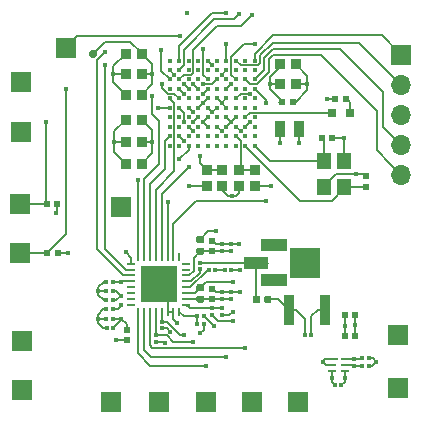
<source format=gbr>
G04 #@! TF.GenerationSoftware,KiCad,Pcbnew,(5.1.0)-1*
G04 #@! TF.CreationDate,2019-08-27T17:01:11-07:00*
G04 #@! TF.ProjectId,SDCard-PCB,53444361-7264-42d5-9043-422e6b696361,rev?*
G04 #@! TF.SameCoordinates,Original*
G04 #@! TF.FileFunction,Copper,L1,Top*
G04 #@! TF.FilePolarity,Positive*
%FSLAX46Y46*%
G04 Gerber Fmt 4.6, Leading zero omitted, Abs format (unit mm)*
G04 Created by KiCad (PCBNEW (5.1.0)-1) date 2019-08-27 17:01:11*
%MOMM*%
%LPD*%
G04 APERTURE LIST*
%ADD10R,2.500000X2.500000*%
%ADD11O,1.700000X1.700000*%
%ADD12R,1.700000X1.700000*%
%ADD13R,2.200000X1.050000*%
%ADD14R,2.000000X1.000000*%
%ADD15R,0.310000X0.340000*%
%ADD16R,0.870000X2.620000*%
%ADD17R,0.920000X0.890000*%
%ADD18R,0.870000X0.810000*%
%ADD19R,0.340000X0.310000*%
%ADD20C,0.100000*%
%ADD21C,0.590000*%
%ADD22R,0.260000X0.680000*%
%ADD23R,0.680000X0.260000*%
%ADD24R,3.100000X3.100000*%
%ADD25R,0.630000X0.580000*%
%ADD26R,1.200000X1.400000*%
%ADD27C,0.370000*%
%ADD28R,0.740000X0.270000*%
%ADD29R,0.820000X0.270000*%
%ADD30R,0.490000X0.560000*%
%ADD31C,0.700000*%
%ADD32R,0.770000X0.710000*%
%ADD33R,0.810000X0.870000*%
%ADD34R,0.930000X1.320000*%
%ADD35R,0.580000X0.630000*%
%ADD36C,0.450000*%
%ADD37C,0.152400*%
G04 APERTURE END LIST*
D10*
X127144780Y-72798940D03*
D11*
X135305800Y-65351660D03*
X135305800Y-62811660D03*
X135305800Y-60271660D03*
X135305800Y-57731660D03*
D12*
X135305800Y-55191660D03*
X134995920Y-83372960D03*
X134995920Y-78902560D03*
X126601220Y-84569300D03*
X122689620Y-84554060D03*
X118762780Y-84554060D03*
X111582200Y-68122800D03*
X114790220Y-84584540D03*
X110759240Y-84569300D03*
X106934000Y-54584600D03*
D13*
X124545220Y-74281560D03*
X124545220Y-71331560D03*
D14*
X123045220Y-72806560D03*
D15*
X127129540Y-78933040D03*
X127679540Y-78933040D03*
D16*
X128818100Y-76791820D03*
X125768100Y-76791820D03*
D12*
X103238300Y-83563100D03*
X103238300Y-79413100D03*
D17*
X122897900Y-66268600D03*
X122897900Y-64938600D03*
D18*
X121597420Y-66267880D03*
X121597420Y-64907880D03*
D19*
X114515900Y-78952000D03*
X114515900Y-79502000D03*
D15*
X120345200Y-73444100D03*
X120895200Y-73444100D03*
D20*
G36*
X118474258Y-70545610D02*
G01*
X118488576Y-70547734D01*
X118502617Y-70551251D01*
X118516246Y-70556128D01*
X118529331Y-70562317D01*
X118541747Y-70569758D01*
X118553373Y-70578381D01*
X118564098Y-70588102D01*
X118573819Y-70598827D01*
X118582442Y-70610453D01*
X118589883Y-70622869D01*
X118596072Y-70635954D01*
X118600949Y-70649583D01*
X118604466Y-70663624D01*
X118606590Y-70677942D01*
X118607300Y-70692400D01*
X118607300Y-70987400D01*
X118606590Y-71001858D01*
X118604466Y-71016176D01*
X118600949Y-71030217D01*
X118596072Y-71043846D01*
X118589883Y-71056931D01*
X118582442Y-71069347D01*
X118573819Y-71080973D01*
X118564098Y-71091698D01*
X118553373Y-71101419D01*
X118541747Y-71110042D01*
X118529331Y-71117483D01*
X118516246Y-71123672D01*
X118502617Y-71128549D01*
X118488576Y-71132066D01*
X118474258Y-71134190D01*
X118459800Y-71134900D01*
X118114800Y-71134900D01*
X118100342Y-71134190D01*
X118086024Y-71132066D01*
X118071983Y-71128549D01*
X118058354Y-71123672D01*
X118045269Y-71117483D01*
X118032853Y-71110042D01*
X118021227Y-71101419D01*
X118010502Y-71091698D01*
X118000781Y-71080973D01*
X117992158Y-71069347D01*
X117984717Y-71056931D01*
X117978528Y-71043846D01*
X117973651Y-71030217D01*
X117970134Y-71016176D01*
X117968010Y-71001858D01*
X117967300Y-70987400D01*
X117967300Y-70692400D01*
X117968010Y-70677942D01*
X117970134Y-70663624D01*
X117973651Y-70649583D01*
X117978528Y-70635954D01*
X117984717Y-70622869D01*
X117992158Y-70610453D01*
X118000781Y-70598827D01*
X118010502Y-70588102D01*
X118021227Y-70578381D01*
X118032853Y-70569758D01*
X118045269Y-70562317D01*
X118058354Y-70556128D01*
X118071983Y-70551251D01*
X118086024Y-70547734D01*
X118100342Y-70545610D01*
X118114800Y-70544900D01*
X118459800Y-70544900D01*
X118474258Y-70545610D01*
X118474258Y-70545610D01*
G37*
D21*
X118287300Y-70839900D03*
D20*
G36*
X118474258Y-71515610D02*
G01*
X118488576Y-71517734D01*
X118502617Y-71521251D01*
X118516246Y-71526128D01*
X118529331Y-71532317D01*
X118541747Y-71539758D01*
X118553373Y-71548381D01*
X118564098Y-71558102D01*
X118573819Y-71568827D01*
X118582442Y-71580453D01*
X118589883Y-71592869D01*
X118596072Y-71605954D01*
X118600949Y-71619583D01*
X118604466Y-71633624D01*
X118606590Y-71647942D01*
X118607300Y-71662400D01*
X118607300Y-71957400D01*
X118606590Y-71971858D01*
X118604466Y-71986176D01*
X118600949Y-72000217D01*
X118596072Y-72013846D01*
X118589883Y-72026931D01*
X118582442Y-72039347D01*
X118573819Y-72050973D01*
X118564098Y-72061698D01*
X118553373Y-72071419D01*
X118541747Y-72080042D01*
X118529331Y-72087483D01*
X118516246Y-72093672D01*
X118502617Y-72098549D01*
X118488576Y-72102066D01*
X118474258Y-72104190D01*
X118459800Y-72104900D01*
X118114800Y-72104900D01*
X118100342Y-72104190D01*
X118086024Y-72102066D01*
X118071983Y-72098549D01*
X118058354Y-72093672D01*
X118045269Y-72087483D01*
X118032853Y-72080042D01*
X118021227Y-72071419D01*
X118010502Y-72061698D01*
X118000781Y-72050973D01*
X117992158Y-72039347D01*
X117984717Y-72026931D01*
X117978528Y-72013846D01*
X117973651Y-72000217D01*
X117970134Y-71986176D01*
X117968010Y-71971858D01*
X117967300Y-71957400D01*
X117967300Y-71662400D01*
X117968010Y-71647942D01*
X117970134Y-71633624D01*
X117973651Y-71619583D01*
X117978528Y-71605954D01*
X117984717Y-71592869D01*
X117992158Y-71580453D01*
X118000781Y-71568827D01*
X118010502Y-71558102D01*
X118021227Y-71548381D01*
X118032853Y-71539758D01*
X118045269Y-71532317D01*
X118058354Y-71526128D01*
X118071983Y-71521251D01*
X118086024Y-71517734D01*
X118100342Y-71515610D01*
X118114800Y-71514900D01*
X118459800Y-71514900D01*
X118474258Y-71515610D01*
X118474258Y-71515610D01*
G37*
D21*
X118287300Y-71809900D03*
D19*
X115023900Y-77779200D03*
X115023900Y-78329200D03*
X119291100Y-76674300D03*
X119291100Y-77224300D03*
D15*
X118024600Y-77325600D03*
X118574600Y-77325600D03*
X110346400Y-77558900D03*
X110896400Y-77558900D03*
D22*
X113020000Y-76965000D03*
X113520000Y-76965000D03*
X114020000Y-76965000D03*
X114520000Y-76965000D03*
X115020000Y-76965000D03*
X115520000Y-76965000D03*
X116020000Y-76965000D03*
X116520000Y-76965000D03*
D23*
X117105000Y-76380000D03*
X117105000Y-75880000D03*
X117105000Y-75380000D03*
X117105000Y-74880000D03*
X117105000Y-74380000D03*
X117105000Y-73880000D03*
X117105000Y-73380000D03*
X117105000Y-72880000D03*
D22*
X116520000Y-72295000D03*
X116020000Y-72295000D03*
X115520000Y-72295000D03*
X115020000Y-72295000D03*
X114520000Y-72295000D03*
X114020000Y-72295000D03*
X113520000Y-72295000D03*
X113020000Y-72295000D03*
D23*
X112435000Y-72880000D03*
X112435000Y-73380000D03*
X112435000Y-73880000D03*
X112435000Y-74380000D03*
X112435000Y-74880000D03*
X112435000Y-75380000D03*
X112435000Y-75880000D03*
X112435000Y-76380000D03*
D24*
X114770000Y-74630000D03*
D15*
X118579600Y-78015600D03*
X118029600Y-78015600D03*
D20*
G36*
X118476958Y-74615710D02*
G01*
X118491276Y-74617834D01*
X118505317Y-74621351D01*
X118518946Y-74626228D01*
X118532031Y-74632417D01*
X118544447Y-74639858D01*
X118556073Y-74648481D01*
X118566798Y-74658202D01*
X118576519Y-74668927D01*
X118585142Y-74680553D01*
X118592583Y-74692969D01*
X118598772Y-74706054D01*
X118603649Y-74719683D01*
X118607166Y-74733724D01*
X118609290Y-74748042D01*
X118610000Y-74762500D01*
X118610000Y-75057500D01*
X118609290Y-75071958D01*
X118607166Y-75086276D01*
X118603649Y-75100317D01*
X118598772Y-75113946D01*
X118592583Y-75127031D01*
X118585142Y-75139447D01*
X118576519Y-75151073D01*
X118566798Y-75161798D01*
X118556073Y-75171519D01*
X118544447Y-75180142D01*
X118532031Y-75187583D01*
X118518946Y-75193772D01*
X118505317Y-75198649D01*
X118491276Y-75202166D01*
X118476958Y-75204290D01*
X118462500Y-75205000D01*
X118117500Y-75205000D01*
X118103042Y-75204290D01*
X118088724Y-75202166D01*
X118074683Y-75198649D01*
X118061054Y-75193772D01*
X118047969Y-75187583D01*
X118035553Y-75180142D01*
X118023927Y-75171519D01*
X118013202Y-75161798D01*
X118003481Y-75151073D01*
X117994858Y-75139447D01*
X117987417Y-75127031D01*
X117981228Y-75113946D01*
X117976351Y-75100317D01*
X117972834Y-75086276D01*
X117970710Y-75071958D01*
X117970000Y-75057500D01*
X117970000Y-74762500D01*
X117970710Y-74748042D01*
X117972834Y-74733724D01*
X117976351Y-74719683D01*
X117981228Y-74706054D01*
X117987417Y-74692969D01*
X117994858Y-74680553D01*
X118003481Y-74668927D01*
X118013202Y-74658202D01*
X118023927Y-74648481D01*
X118035553Y-74639858D01*
X118047969Y-74632417D01*
X118061054Y-74626228D01*
X118074683Y-74621351D01*
X118088724Y-74617834D01*
X118103042Y-74615710D01*
X118117500Y-74615000D01*
X118462500Y-74615000D01*
X118476958Y-74615710D01*
X118476958Y-74615710D01*
G37*
D21*
X118290000Y-74910000D03*
D20*
G36*
X118476958Y-75585710D02*
G01*
X118491276Y-75587834D01*
X118505317Y-75591351D01*
X118518946Y-75596228D01*
X118532031Y-75602417D01*
X118544447Y-75609858D01*
X118556073Y-75618481D01*
X118566798Y-75628202D01*
X118576519Y-75638927D01*
X118585142Y-75650553D01*
X118592583Y-75662969D01*
X118598772Y-75676054D01*
X118603649Y-75689683D01*
X118607166Y-75703724D01*
X118609290Y-75718042D01*
X118610000Y-75732500D01*
X118610000Y-76027500D01*
X118609290Y-76041958D01*
X118607166Y-76056276D01*
X118603649Y-76070317D01*
X118598772Y-76083946D01*
X118592583Y-76097031D01*
X118585142Y-76109447D01*
X118576519Y-76121073D01*
X118566798Y-76131798D01*
X118556073Y-76141519D01*
X118544447Y-76150142D01*
X118532031Y-76157583D01*
X118518946Y-76163772D01*
X118505317Y-76168649D01*
X118491276Y-76172166D01*
X118476958Y-76174290D01*
X118462500Y-76175000D01*
X118117500Y-76175000D01*
X118103042Y-76174290D01*
X118088724Y-76172166D01*
X118074683Y-76168649D01*
X118061054Y-76163772D01*
X118047969Y-76157583D01*
X118035553Y-76150142D01*
X118023927Y-76141519D01*
X118013202Y-76131798D01*
X118003481Y-76121073D01*
X117994858Y-76109447D01*
X117987417Y-76097031D01*
X117981228Y-76083946D01*
X117976351Y-76070317D01*
X117972834Y-76056276D01*
X117970710Y-76041958D01*
X117970000Y-76027500D01*
X117970000Y-75732500D01*
X117970710Y-75718042D01*
X117972834Y-75703724D01*
X117976351Y-75689683D01*
X117981228Y-75676054D01*
X117987417Y-75662969D01*
X117994858Y-75650553D01*
X118003481Y-75638927D01*
X118013202Y-75628202D01*
X118023927Y-75618481D01*
X118035553Y-75609858D01*
X118047969Y-75602417D01*
X118061054Y-75596228D01*
X118074683Y-75591351D01*
X118088724Y-75587834D01*
X118103042Y-75585710D01*
X118117500Y-75585000D01*
X118462500Y-75585000D01*
X118476958Y-75585710D01*
X118476958Y-75585710D01*
G37*
D21*
X118290000Y-75880000D03*
D15*
X110342000Y-74409300D03*
X110892000Y-74409300D03*
D19*
X120107300Y-71254900D03*
X120107300Y-71804900D03*
D15*
X110342000Y-75184000D03*
X110892000Y-75184000D03*
X110354700Y-78359000D03*
X110904700Y-78359000D03*
D19*
X120904000Y-75319800D03*
X120904000Y-75869800D03*
D15*
X110342000Y-76758800D03*
X110892000Y-76758800D03*
X110342000Y-75971400D03*
X110892000Y-75971400D03*
D19*
X120917300Y-71254900D03*
X120917300Y-71804900D03*
X120103900Y-75315400D03*
X120103900Y-75865400D03*
D25*
X119287300Y-70919900D03*
X119287300Y-71809900D03*
X119310000Y-74985000D03*
X119310000Y-75875000D03*
X112077500Y-79375500D03*
X112077500Y-78485500D03*
D19*
X120103900Y-77219900D03*
X120103900Y-76669900D03*
D15*
X119016100Y-73444100D03*
X119566100Y-73444100D03*
D19*
X118239540Y-73352660D03*
X118239540Y-72802660D03*
D26*
X130481440Y-64167840D03*
X130481440Y-66367840D03*
X128781440Y-66367840D03*
X128781440Y-64167840D03*
D27*
X115703800Y-55683600D03*
X116503800Y-55683600D03*
X117303800Y-55683600D03*
X118103800Y-55683600D03*
X118903800Y-55683600D03*
X119703800Y-55683600D03*
X120503800Y-55683600D03*
X121303800Y-55683600D03*
X122103800Y-55683600D03*
X122903800Y-55683600D03*
X115703800Y-56483600D03*
X116503800Y-56483600D03*
X117303800Y-56483600D03*
X118103800Y-56483600D03*
X118903800Y-56483600D03*
X119703800Y-56483600D03*
X120503800Y-56483600D03*
X121303800Y-56483600D03*
X122103800Y-56483600D03*
X122903800Y-56483600D03*
X115703800Y-57283600D03*
X116503800Y-57283600D03*
X117303800Y-57283600D03*
X118103800Y-57283600D03*
X118903800Y-57283600D03*
X119703800Y-57283600D03*
X120503800Y-57283600D03*
X121303800Y-57283600D03*
X122103800Y-57283600D03*
X122903800Y-57283600D03*
X115703800Y-58083600D03*
X116503800Y-58083600D03*
X117303800Y-58083600D03*
X118103800Y-58083600D03*
X118903800Y-58083600D03*
X119703800Y-58083600D03*
X120503800Y-58083600D03*
X121303800Y-58083600D03*
X122103800Y-58083600D03*
X122903800Y-58083600D03*
X115703800Y-58883600D03*
X116503800Y-58883600D03*
X117303800Y-58883600D03*
X118103800Y-58883600D03*
X118903800Y-58883600D03*
X119703800Y-58883600D03*
X120503800Y-58883600D03*
X121303800Y-58883600D03*
X122103800Y-58883600D03*
X122903800Y-58883600D03*
X115703800Y-59683600D03*
X116503800Y-59683600D03*
X117303800Y-59683600D03*
X118103800Y-59683600D03*
X118903800Y-59683600D03*
X119703800Y-59683600D03*
X120503800Y-59683600D03*
X121303800Y-59683600D03*
X122103800Y-59683600D03*
X122903800Y-59683600D03*
X115703800Y-60483600D03*
X116503800Y-60483600D03*
X117303800Y-60483600D03*
X118103800Y-60483600D03*
X118903800Y-60483600D03*
X119703800Y-60483600D03*
X120503800Y-60483600D03*
X121303800Y-60483600D03*
X122103800Y-60483600D03*
X122903800Y-60483600D03*
X115703800Y-61283600D03*
X116503800Y-61283600D03*
X117303800Y-61283600D03*
X118103800Y-61283600D03*
X118903800Y-61283600D03*
X119703800Y-61283600D03*
X120503800Y-61283600D03*
X121303800Y-61283600D03*
X122103800Y-61283600D03*
X122903800Y-61283600D03*
X115703800Y-62083600D03*
X116503800Y-62083600D03*
X117303800Y-62083600D03*
X118103800Y-62083600D03*
X118903800Y-62083600D03*
X119703800Y-62083600D03*
X120503800Y-62083600D03*
X121303800Y-62083600D03*
X122103800Y-62083600D03*
X122903800Y-62083600D03*
X115703800Y-62883600D03*
X116503800Y-62883600D03*
X117303800Y-62883600D03*
X118103800Y-62883600D03*
X118903800Y-62883600D03*
X119703800Y-62883600D03*
X120503800Y-62883600D03*
X121303800Y-62883600D03*
X122103800Y-62883600D03*
X122903800Y-62883600D03*
D28*
X130509060Y-80937060D03*
X130509060Y-81437060D03*
X130509060Y-81937060D03*
X129449060Y-81937060D03*
X129449060Y-81437060D03*
D29*
X129489060Y-80937060D03*
D30*
X105338200Y-71988680D03*
X106248200Y-71988680D03*
X105272500Y-67830700D03*
X106182500Y-67830700D03*
X129732700Y-58930540D03*
X130642700Y-58930540D03*
D17*
X118846600Y-64938600D03*
X118846600Y-66268600D03*
D20*
G36*
X124174918Y-75586070D02*
G01*
X124189236Y-75588194D01*
X124203277Y-75591711D01*
X124216906Y-75596588D01*
X124229991Y-75602777D01*
X124242407Y-75610218D01*
X124254033Y-75618841D01*
X124264758Y-75628562D01*
X124274479Y-75639287D01*
X124283102Y-75650913D01*
X124290543Y-75663329D01*
X124296732Y-75676414D01*
X124301609Y-75690043D01*
X124305126Y-75704084D01*
X124307250Y-75718402D01*
X124307960Y-75732860D01*
X124307960Y-76077860D01*
X124307250Y-76092318D01*
X124305126Y-76106636D01*
X124301609Y-76120677D01*
X124296732Y-76134306D01*
X124290543Y-76147391D01*
X124283102Y-76159807D01*
X124274479Y-76171433D01*
X124264758Y-76182158D01*
X124254033Y-76191879D01*
X124242407Y-76200502D01*
X124229991Y-76207943D01*
X124216906Y-76214132D01*
X124203277Y-76219009D01*
X124189236Y-76222526D01*
X124174918Y-76224650D01*
X124160460Y-76225360D01*
X123865460Y-76225360D01*
X123851002Y-76224650D01*
X123836684Y-76222526D01*
X123822643Y-76219009D01*
X123809014Y-76214132D01*
X123795929Y-76207943D01*
X123783513Y-76200502D01*
X123771887Y-76191879D01*
X123761162Y-76182158D01*
X123751441Y-76171433D01*
X123742818Y-76159807D01*
X123735377Y-76147391D01*
X123729188Y-76134306D01*
X123724311Y-76120677D01*
X123720794Y-76106636D01*
X123718670Y-76092318D01*
X123717960Y-76077860D01*
X123717960Y-75732860D01*
X123718670Y-75718402D01*
X123720794Y-75704084D01*
X123724311Y-75690043D01*
X123729188Y-75676414D01*
X123735377Y-75663329D01*
X123742818Y-75650913D01*
X123751441Y-75639287D01*
X123761162Y-75628562D01*
X123771887Y-75618841D01*
X123783513Y-75610218D01*
X123795929Y-75602777D01*
X123809014Y-75596588D01*
X123822643Y-75591711D01*
X123836684Y-75588194D01*
X123851002Y-75586070D01*
X123865460Y-75585360D01*
X124160460Y-75585360D01*
X124174918Y-75586070D01*
X124174918Y-75586070D01*
G37*
D21*
X124012960Y-75905360D03*
D20*
G36*
X123204918Y-75586070D02*
G01*
X123219236Y-75588194D01*
X123233277Y-75591711D01*
X123246906Y-75596588D01*
X123259991Y-75602777D01*
X123272407Y-75610218D01*
X123284033Y-75618841D01*
X123294758Y-75628562D01*
X123304479Y-75639287D01*
X123313102Y-75650913D01*
X123320543Y-75663329D01*
X123326732Y-75676414D01*
X123331609Y-75690043D01*
X123335126Y-75704084D01*
X123337250Y-75718402D01*
X123337960Y-75732860D01*
X123337960Y-76077860D01*
X123337250Y-76092318D01*
X123335126Y-76106636D01*
X123331609Y-76120677D01*
X123326732Y-76134306D01*
X123320543Y-76147391D01*
X123313102Y-76159807D01*
X123304479Y-76171433D01*
X123294758Y-76182158D01*
X123284033Y-76191879D01*
X123272407Y-76200502D01*
X123259991Y-76207943D01*
X123246906Y-76214132D01*
X123233277Y-76219009D01*
X123219236Y-76222526D01*
X123204918Y-76224650D01*
X123190460Y-76225360D01*
X122895460Y-76225360D01*
X122881002Y-76224650D01*
X122866684Y-76222526D01*
X122852643Y-76219009D01*
X122839014Y-76214132D01*
X122825929Y-76207943D01*
X122813513Y-76200502D01*
X122801887Y-76191879D01*
X122791162Y-76182158D01*
X122781441Y-76171433D01*
X122772818Y-76159807D01*
X122765377Y-76147391D01*
X122759188Y-76134306D01*
X122754311Y-76120677D01*
X122750794Y-76106636D01*
X122748670Y-76092318D01*
X122747960Y-76077860D01*
X122747960Y-75732860D01*
X122748670Y-75718402D01*
X122750794Y-75704084D01*
X122754311Y-75690043D01*
X122759188Y-75676414D01*
X122765377Y-75663329D01*
X122772818Y-75650913D01*
X122781441Y-75639287D01*
X122791162Y-75628562D01*
X122801887Y-75618841D01*
X122813513Y-75610218D01*
X122825929Y-75602777D01*
X122839014Y-75596588D01*
X122852643Y-75591711D01*
X122866684Y-75588194D01*
X122881002Y-75586070D01*
X122895460Y-75585360D01*
X123190460Y-75585360D01*
X123204918Y-75586070D01*
X123204918Y-75586070D01*
G37*
D21*
X123042960Y-75905360D03*
D31*
X109194600Y-55118000D03*
D32*
X130935460Y-60142880D03*
X129475460Y-60142880D03*
D33*
X111971540Y-64427100D03*
X113331540Y-64427100D03*
X111967180Y-58582560D03*
X113327180Y-58582560D03*
D34*
X126682080Y-61495940D03*
X125042080Y-61495940D03*
D33*
X111972260Y-56822340D03*
X113332260Y-56822340D03*
X111981700Y-55102760D03*
X113341700Y-55102760D03*
D18*
X120142000Y-66268600D03*
X120142000Y-64908600D03*
D33*
X126366820Y-55971440D03*
X125006820Y-55971440D03*
X111974080Y-60683140D03*
X113334080Y-60683140D03*
X126366820Y-57670700D03*
X125006820Y-57670700D03*
X111971540Y-62567820D03*
X113331540Y-62567820D03*
D35*
X126131820Y-59151520D03*
X125241820Y-59151520D03*
X129484620Y-62227460D03*
X128594620Y-62227460D03*
D25*
X132290820Y-65464960D03*
X132290820Y-66354960D03*
D15*
X132540420Y-80896460D03*
X131990420Y-80896460D03*
X132536020Y-81556860D03*
X131986020Y-81556860D03*
X130244260Y-83159600D03*
X129694260Y-83159600D03*
D35*
X131412980Y-77266800D03*
X130522980Y-77266800D03*
X131415520Y-79011780D03*
X130525520Y-79011780D03*
D12*
X103093100Y-57513900D03*
X103035100Y-67823900D03*
X103043100Y-71973900D03*
X103093100Y-61713900D03*
D36*
X117205760Y-51635660D03*
X110909100Y-56822340D03*
X110970060Y-62565280D03*
X133195060Y-81178400D03*
X131417060Y-78112620D03*
X130509060Y-82597040D03*
X130479800Y-62217300D03*
X131457700Y-65275460D03*
X128991360Y-58930540D03*
X126682500Y-62638940D03*
X118498620Y-59291220D03*
X120903800Y-60883600D03*
X127368300Y-57658000D03*
X116340000Y-77890000D03*
X118284600Y-78755600D03*
X121557300Y-71249900D03*
X121640600Y-75311000D03*
X121043700Y-76936600D03*
X109664500Y-75184000D03*
X109639100Y-77558900D03*
X111175800Y-79375000D03*
X120980200Y-67144900D03*
X116497100Y-64058800D03*
X120103850Y-59283650D03*
X124545220Y-71331560D03*
X124545220Y-74281560D03*
X127144780Y-72798940D03*
X121640600Y-73431400D03*
X114206020Y-62567820D03*
X131345940Y-81579720D03*
X122501660Y-60888880D03*
X120098820Y-61681360D03*
X121043700Y-77711300D03*
X111620300Y-77558900D03*
X111569500Y-74396600D03*
X111582200Y-76403200D03*
X111988600Y-71920100D03*
X107111800Y-71996300D03*
X106095800Y-68592700D03*
X117703600Y-57683400D03*
X122504200Y-58483500D03*
X119319040Y-60065920D03*
X121081800Y-74409300D03*
X119435880Y-78178660D03*
X119646700Y-70147180D03*
X131345940Y-80937100D03*
X115735100Y-78625700D03*
X115277900Y-79565500D03*
X124165360Y-57670700D03*
X111574580Y-75577700D03*
X117710000Y-60880000D03*
X118290000Y-63780000D03*
X114239040Y-56822340D03*
X125036580Y-62661800D03*
X118506240Y-60883800D03*
X121701560Y-61681360D03*
X117319900Y-66268600D03*
X124307600Y-66268600D03*
X118506241Y-58480960D03*
X106908600Y-58089800D03*
X116903500Y-57683400D03*
X116903504Y-60883800D03*
X105270300Y-60858400D03*
X122920760Y-54241700D03*
X116900002Y-78880000D03*
X116900000Y-62470000D03*
X117710000Y-79490000D03*
X117710000Y-61690000D03*
X120110000Y-56890000D03*
X120510000Y-80750000D03*
X118740000Y-81510000D03*
X118503700Y-57680860D03*
X130525520Y-78122780D03*
X128640840Y-81180940D03*
X129449060Y-82586060D03*
X128818100Y-76791820D03*
X123840000Y-67570000D03*
X123840000Y-59290000D03*
X120904000Y-57683400D03*
X122110500Y-79984600D03*
X115006120Y-54823360D03*
X115026440Y-57691020D03*
X121592340Y-51765200D03*
X122699780Y-51798220D03*
X120500000Y-54300000D03*
X110230000Y-54950000D03*
X110230000Y-56100000D03*
X119310000Y-56090000D03*
X113020000Y-65760000D03*
X116100000Y-56880000D03*
X114220000Y-58710000D03*
X116900000Y-58480000D03*
X117310000Y-64720000D03*
X117700000Y-60080000D03*
X115520000Y-67640000D03*
X114750000Y-59680000D03*
X116611400Y-53632100D03*
X118506240Y-54670960D03*
X120497600Y-51694080D03*
D37*
X111972260Y-56822340D02*
X110909100Y-56822340D01*
X110909100Y-57524480D02*
X110909100Y-56822340D01*
X111967180Y-58582560D02*
X110909100Y-57524480D01*
X110909100Y-56504142D02*
X110909100Y-56822340D01*
X111981700Y-55102760D02*
X110909100Y-56175360D01*
X110909100Y-56175360D02*
X110909100Y-56504142D01*
X111971540Y-62567820D02*
X110972600Y-62567820D01*
X110972600Y-62567820D02*
X110970060Y-62565280D01*
X110970060Y-63425620D02*
X110970060Y-62565280D01*
X111971540Y-64427100D02*
X110970060Y-63425620D01*
X110970060Y-61687160D02*
X111974080Y-60683140D01*
X110970060Y-62565280D02*
X110970060Y-61687160D01*
X132540420Y-80896460D02*
X132913120Y-80896460D01*
X132913120Y-80896460D02*
X133195060Y-81178400D01*
X132816600Y-81556860D02*
X133195060Y-81178400D01*
X132536020Y-81556860D02*
X132816600Y-81556860D01*
X131412980Y-77266800D02*
X131412980Y-78108540D01*
X131412980Y-78108540D02*
X131417060Y-78112620D01*
X131415520Y-78114160D02*
X131417060Y-78112620D01*
X131415520Y-79011780D02*
X131415520Y-78114160D01*
X130509060Y-82894800D02*
X130244260Y-83159600D01*
X130509060Y-81937060D02*
X130509060Y-82597040D01*
X130509060Y-82597040D02*
X130509060Y-82894800D01*
X129484620Y-62227460D02*
X130469640Y-62227460D01*
X130469640Y-62227460D02*
X130479800Y-62217300D01*
X130479800Y-64166200D02*
X130481440Y-64167840D01*
X130479800Y-62217300D02*
X130479800Y-64166200D01*
X129773820Y-65275460D02*
X131457700Y-65275460D01*
X128781440Y-66367840D02*
X128781440Y-66267840D01*
X128781440Y-66267840D02*
X129773820Y-65275460D01*
X132101320Y-65275460D02*
X131457700Y-65275460D01*
X132290820Y-65464960D02*
X132101320Y-65275460D01*
X129732700Y-58930540D02*
X128991360Y-58930540D01*
X126682080Y-61495940D02*
X126682080Y-62638520D01*
X126682080Y-62638520D02*
X126682500Y-62638940D01*
X120503800Y-58883600D02*
X120503800Y-58883700D01*
X118103800Y-59683600D02*
X118106240Y-59683600D01*
X118106240Y-59683600D02*
X118498620Y-59291220D01*
X118903800Y-58886040D02*
X118498620Y-59291220D01*
X118903800Y-58883600D02*
X118903800Y-58886040D01*
X120503800Y-60483600D02*
X120903800Y-60883600D01*
X120503800Y-61283600D02*
X120903800Y-60883600D01*
X120903800Y-60883600D02*
X121303800Y-60483600D01*
X126366820Y-57670700D02*
X127207900Y-57670700D01*
X127207900Y-57670700D02*
X127365900Y-57512700D01*
X127365900Y-57830898D02*
X127365900Y-57512700D01*
X127365900Y-58172700D02*
X127365900Y-57830898D01*
X126131820Y-59151520D02*
X126387080Y-59151520D01*
X126387080Y-59151520D02*
X127365900Y-58172700D01*
X127365900Y-57194502D02*
X127365900Y-57512700D01*
X126366820Y-55971440D02*
X127365900Y-56970520D01*
X127365900Y-56970520D02*
X127365900Y-57194502D01*
X115520000Y-76965000D02*
X116020000Y-76965000D01*
X116340000Y-77880000D02*
X116340000Y-77890000D01*
X116020000Y-76965000D02*
X116020000Y-77560000D01*
X116020000Y-77560000D02*
X116340000Y-77880000D01*
X118579600Y-78015600D02*
X118579600Y-78460600D01*
X118579600Y-78460600D02*
X118284600Y-78755600D01*
X120917300Y-71254900D02*
X121552300Y-71254900D01*
X121552300Y-71254900D02*
X121557300Y-71249900D01*
X120107300Y-71254900D02*
X120917300Y-71254900D01*
X119622300Y-71254900D02*
X120107300Y-71254900D01*
X119287300Y-70919900D02*
X119622300Y-71254900D01*
X120899600Y-75315400D02*
X120904000Y-75319800D01*
X120103900Y-75315400D02*
X120899600Y-75315400D01*
X119640400Y-75315400D02*
X120103900Y-75315400D01*
X119310000Y-74985000D02*
X119640400Y-75315400D01*
X120904000Y-75319800D02*
X121631800Y-75319800D01*
X121631800Y-75319800D02*
X121640600Y-75311000D01*
X120103900Y-77219900D02*
X120760400Y-77219900D01*
X120760400Y-77219900D02*
X121043700Y-76936600D01*
X110342000Y-75184000D02*
X109664500Y-75184000D01*
X110346400Y-77558900D02*
X109639100Y-77558900D01*
X109664500Y-74853800D02*
X109664500Y-75184000D01*
X110342000Y-74409300D02*
X110109000Y-74409300D01*
X110109000Y-74409300D02*
X109664500Y-74853800D01*
X109664500Y-75514200D02*
X109664500Y-75184000D01*
X110342000Y-75971400D02*
X110121700Y-75971400D01*
X110121700Y-75971400D02*
X109664500Y-75514200D01*
X110096300Y-76758800D02*
X110342000Y-76758800D01*
X109639100Y-77558900D02*
X109639100Y-77216000D01*
X109639100Y-77216000D02*
X110096300Y-76758800D01*
X109639100Y-77901800D02*
X109639100Y-77558900D01*
X110354700Y-78359000D02*
X110096300Y-78359000D01*
X110096300Y-78359000D02*
X109639100Y-77901800D01*
X112077500Y-79375500D02*
X111176300Y-79375500D01*
X111176300Y-79375500D02*
X111175800Y-79375000D01*
X115520000Y-75380000D02*
X115520000Y-76965000D01*
X114770000Y-74630000D02*
X115520000Y-75380000D01*
X120675400Y-67144900D02*
X120980200Y-67144900D01*
X120142000Y-66268600D02*
X120142000Y-66611500D01*
X120142000Y-66611500D02*
X120675400Y-67144900D01*
X121335800Y-67144900D02*
X120980200Y-67144900D01*
X121597420Y-66267880D02*
X121597420Y-66883280D01*
X121597420Y-66883280D02*
X121335800Y-67144900D01*
X117303800Y-62883600D02*
X117303800Y-63252100D01*
X117303800Y-63252100D02*
X116497100Y-64058800D01*
X120103850Y-59283650D02*
X120503800Y-59683600D01*
X119703800Y-58883600D02*
X120103850Y-59283650D01*
X120503800Y-58883700D02*
X120103850Y-59283650D01*
X121627900Y-73444100D02*
X121640600Y-73431400D01*
X120895200Y-73444100D02*
X121627900Y-73444100D01*
X120345200Y-73444100D02*
X119566100Y-73444100D01*
X113331540Y-62567820D02*
X114206020Y-62567820D01*
X114206020Y-63552620D02*
X114206020Y-62567820D01*
X113331540Y-64427100D02*
X114206020Y-63552620D01*
X114206020Y-61555080D02*
X113334080Y-60683140D01*
X114206020Y-62567820D02*
X114206020Y-61555080D01*
X130509060Y-81437060D02*
X131203280Y-81437060D01*
X131203280Y-81437060D02*
X131345940Y-81579720D01*
X131963160Y-81579720D02*
X131986020Y-81556860D01*
X131345940Y-81579720D02*
X131963160Y-81579720D01*
X122103800Y-61283600D02*
X122106940Y-61283600D01*
X122106940Y-61283600D02*
X122501660Y-60888880D01*
X119703800Y-61283600D02*
X119703800Y-61286340D01*
X119703800Y-61286340D02*
X120098820Y-61681360D01*
X125241820Y-59151520D02*
X124974720Y-59151520D01*
X118574600Y-77325600D02*
X118675900Y-77224300D01*
X119793100Y-77711300D02*
X121043700Y-77711300D01*
X119291100Y-77224300D02*
X119306100Y-77224300D01*
X119306100Y-77224300D02*
X119793100Y-77711300D01*
X110896400Y-77558900D02*
X111620300Y-77558900D01*
X112077500Y-78016100D02*
X111620300Y-77558900D01*
X112077500Y-78485500D02*
X112077500Y-78016100D01*
X111620300Y-77643400D02*
X111620300Y-77558900D01*
X110904700Y-78359000D02*
X111620300Y-77643400D01*
X111620300Y-77487100D02*
X111620300Y-77558900D01*
X110892000Y-74409300D02*
X111556800Y-74409300D01*
X111556800Y-74409300D02*
X111569500Y-74396600D01*
X111586100Y-74380000D02*
X111569500Y-74396600D01*
X112435000Y-74380000D02*
X111586100Y-74380000D01*
X111582200Y-76479400D02*
X111582200Y-76403200D01*
X110892000Y-76758800D02*
X111302800Y-76758800D01*
X111302800Y-76758800D02*
X111582200Y-76479400D01*
X117820000Y-75380000D02*
X117105000Y-75380000D01*
X118290000Y-74910000D02*
X117820000Y-75380000D01*
X112435000Y-72880000D02*
X112435000Y-72366500D01*
X112435000Y-72366500D02*
X111988600Y-71920100D01*
X118103800Y-58083600D02*
X117703600Y-57683400D01*
X107104180Y-71988680D02*
X107111800Y-71996300D01*
X106248200Y-71988680D02*
X107104180Y-71988680D01*
X106182500Y-68506000D02*
X106095800Y-68592700D01*
X106182500Y-67830700D02*
X106182500Y-68506000D01*
X121303800Y-58883600D02*
X121703900Y-58483500D01*
X121703900Y-58483500D02*
X122504200Y-58483500D01*
X118903800Y-59683600D02*
X118936720Y-59683600D01*
X118936720Y-59683600D02*
X119319040Y-60065920D01*
X119701360Y-59683600D02*
X119319040Y-60065920D01*
X119703800Y-59683600D02*
X119701360Y-59683600D01*
X118290000Y-74910000D02*
X118803400Y-74396600D01*
X118803400Y-74396600D02*
X121069100Y-74396600D01*
X121069100Y-74396600D02*
X121081800Y-74409300D01*
X118574600Y-77325600D02*
X118574600Y-77340600D01*
X119412660Y-78178660D02*
X119435880Y-78178660D01*
X118574600Y-77340600D02*
X119412660Y-78178660D01*
X118287300Y-70839900D02*
X118980020Y-70147180D01*
X119328502Y-70147180D02*
X119646700Y-70147180D01*
X118980020Y-70147180D02*
X119328502Y-70147180D01*
X130509060Y-80937060D02*
X131345900Y-80937060D01*
X131345900Y-80937060D02*
X131345940Y-80937100D01*
X131949780Y-80937100D02*
X131990420Y-80896460D01*
X131345940Y-80937100D02*
X131949780Y-80937100D01*
X115023900Y-78329200D02*
X115438600Y-78329200D01*
X115438600Y-78329200D02*
X115735100Y-78625700D01*
X114515900Y-79502000D02*
X115214400Y-79502000D01*
X115214400Y-79502000D02*
X115277900Y-79565500D01*
X125241820Y-59126520D02*
X124165360Y-58050060D01*
X124165360Y-57988898D02*
X124165360Y-57670700D01*
X124152660Y-57658000D02*
X124165360Y-57670700D01*
X125241820Y-59151520D02*
X125241820Y-59126520D01*
X124165360Y-58050060D02*
X124165360Y-57988898D01*
X124165360Y-57078880D02*
X124165360Y-57670700D01*
X125006820Y-55971440D02*
X125006820Y-56237420D01*
X125006820Y-56237420D02*
X124165360Y-57078880D01*
X125006820Y-57670700D02*
X124165360Y-57670700D01*
X110892000Y-75971400D02*
X111180880Y-75971400D01*
X111180880Y-75971400D02*
X111574580Y-75577700D01*
X111180880Y-75184000D02*
X111574580Y-75577700D01*
X110892000Y-75184000D02*
X111180880Y-75184000D01*
X130481440Y-66467840D02*
X130481440Y-66367840D01*
X129405600Y-67543680D02*
X130481440Y-66467840D01*
X122103800Y-62883600D02*
X126763880Y-67543680D01*
X126763880Y-67543680D02*
X129405600Y-67543680D01*
X132277940Y-66367840D02*
X132290820Y-66354960D01*
X130481440Y-66367840D02*
X132277940Y-66367840D01*
X128781440Y-64067840D02*
X128781440Y-64167840D01*
X128681440Y-64167840D02*
X128781440Y-64067840D01*
X122903800Y-62883600D02*
X124188040Y-64167840D01*
X124188040Y-64167840D02*
X128681440Y-64167840D01*
X128781440Y-62414280D02*
X128594620Y-62227460D01*
X128781440Y-64167840D02*
X128781440Y-62414280D01*
X122796060Y-64907880D02*
X122806460Y-64897480D01*
X121597420Y-64907880D02*
X122796060Y-64907880D01*
X121697900Y-64807400D02*
X121597420Y-64907880D01*
X121303800Y-62083600D02*
X121697900Y-62477700D01*
X121697900Y-62477700D02*
X121697900Y-64807400D01*
X118103800Y-60483600D02*
X118103800Y-60486200D01*
X118103800Y-60486200D02*
X117710000Y-60880000D01*
X120157000Y-64862400D02*
X120157240Y-64862160D01*
X118290000Y-64382000D02*
X118846600Y-64938600D01*
X118290000Y-63780000D02*
X118290000Y-64382000D01*
X120112000Y-64938600D02*
X120142000Y-64908600D01*
X118846600Y-64938600D02*
X120112000Y-64938600D01*
X113332260Y-56822340D02*
X114239040Y-56822340D01*
X114239040Y-57670700D02*
X114239040Y-56822340D01*
X113327180Y-58582560D02*
X114239040Y-57670700D01*
X114239040Y-56504142D02*
X114239040Y-56822340D01*
X113341700Y-55102760D02*
X114239040Y-56000100D01*
X114239040Y-56000100D02*
X114239040Y-56504142D01*
X113341700Y-55072760D02*
X113341700Y-55102760D01*
X112370940Y-54102000D02*
X113341700Y-55072760D01*
X109194600Y-55118000D02*
X110210600Y-54102000D01*
X110210600Y-54102000D02*
X112370940Y-54102000D01*
X125042080Y-61495940D02*
X125042080Y-62656300D01*
X125042080Y-62656300D02*
X125036580Y-62661800D01*
X118903800Y-60483600D02*
X118903800Y-60486240D01*
X118903800Y-60486240D02*
X118506240Y-60883800D01*
X118903800Y-61281360D02*
X118506240Y-60883800D01*
X118903800Y-61283600D02*
X118903800Y-61281360D01*
X121303800Y-61283600D02*
X121701560Y-61681360D01*
X118846600Y-66268600D02*
X117319900Y-66268600D01*
X122897900Y-66268600D02*
X124307600Y-66268600D01*
X118903800Y-58083600D02*
X118903601Y-58083600D01*
X118903601Y-58083600D02*
X118506241Y-58480960D01*
X130935460Y-59223300D02*
X130642700Y-58930540D01*
X130935460Y-60142880D02*
X130935460Y-59223300D01*
X129415053Y-60082473D02*
X129475460Y-60142880D01*
X122103800Y-60483600D02*
X122504927Y-60082473D01*
X122504927Y-60082473D02*
X129415053Y-60082473D01*
X103057880Y-71988680D02*
X103043100Y-71973900D01*
X105170900Y-71988680D02*
X105170900Y-71953680D01*
X116903600Y-57683400D02*
X117303800Y-58083600D01*
X116903500Y-57683400D02*
X116903600Y-57683400D01*
X104940800Y-71988680D02*
X104729280Y-71988680D01*
X105338200Y-71988680D02*
X104940800Y-71988680D01*
X105170900Y-71988680D02*
X104729280Y-71988680D01*
X104729280Y-71988680D02*
X103057880Y-71988680D01*
X106908600Y-70383280D02*
X106908600Y-70116700D01*
X105338200Y-71953680D02*
X106908600Y-70383280D01*
X105338200Y-71988680D02*
X105338200Y-71953680D01*
X106908600Y-70215980D02*
X106908600Y-70116700D01*
X106908600Y-70116700D02*
X106908600Y-58089800D01*
X103041900Y-67830700D02*
X103035100Y-67823900D01*
X105193760Y-67830700D02*
X105193760Y-67865700D01*
X104875100Y-67830700D02*
X104038400Y-67830700D01*
X105272500Y-67830700D02*
X104875100Y-67830700D01*
X105193760Y-67830700D02*
X104038400Y-67830700D01*
X104038400Y-67830700D02*
X103041900Y-67830700D01*
X116903504Y-60565602D02*
X116903504Y-60883800D01*
X116903504Y-60083304D02*
X116903504Y-60565602D01*
X116503800Y-59683600D02*
X116903504Y-60083304D01*
X105270300Y-61176598D02*
X105270300Y-60858400D01*
X105272500Y-67830700D02*
X105270300Y-67828500D01*
X105270300Y-67828500D02*
X105270300Y-61176598D01*
X133245860Y-63291720D02*
X134455801Y-64501661D01*
X133245860Y-59921140D02*
X133245860Y-63291720D01*
X128551940Y-55227220D02*
X133245860Y-59921140D01*
X122507780Y-57687580D02*
X123063513Y-57687580D01*
X122103800Y-57283600D02*
X122507780Y-57687580D01*
X124086620Y-56664473D02*
X124086620Y-55554880D01*
X134455801Y-64501661D02*
X135305800Y-65351660D01*
X123063513Y-57687580D02*
X124086620Y-56664473D01*
X124086620Y-55554880D02*
X124414280Y-55227220D01*
X124414280Y-55227220D02*
X128551940Y-55227220D01*
X134455801Y-61961661D02*
X135305800Y-62811660D01*
X123723400Y-56464000D02*
X123723400Y-55458360D01*
X133784340Y-61290200D02*
X134455801Y-61961661D01*
X123723400Y-55458360D02*
X124475240Y-54706520D01*
X124475240Y-54706520D02*
X130108960Y-54706520D01*
X130108960Y-54706520D02*
X133784340Y-58381900D01*
X122903800Y-57283600D02*
X123723400Y-56464000D01*
X133784340Y-58381900D02*
X133784340Y-61290200D01*
X122029220Y-54241700D02*
X122920760Y-54241700D01*
X120902705Y-55368215D02*
X122029220Y-54241700D01*
X121303800Y-57283600D02*
X120902705Y-56882505D01*
X120902705Y-56882505D02*
X120902705Y-55368215D01*
X134455801Y-56881661D02*
X135305800Y-57731660D01*
X131729480Y-54155340D02*
X134455801Y-56881661D01*
X121703400Y-56083200D02*
X123177300Y-56083200D01*
X121303800Y-55683600D02*
X121703400Y-56083200D01*
X123177300Y-56083200D02*
X123389383Y-55871117D01*
X123389383Y-55871117D02*
X123389383Y-55223417D01*
X123389383Y-55223417D02*
X124457460Y-54155340D01*
X124457460Y-54155340D02*
X131729480Y-54155340D01*
X133654800Y-53540660D02*
X135305800Y-55191660D01*
X124475240Y-53540660D02*
X133654800Y-53540660D01*
X122903800Y-55683600D02*
X122903800Y-55112100D01*
X122903800Y-55112100D02*
X124475240Y-53540660D01*
X115020000Y-76965000D02*
X115020000Y-77390000D01*
X116890200Y-62470000D02*
X116503800Y-62083600D01*
X116900000Y-62470000D02*
X116890200Y-62470000D01*
X115023900Y-76968900D02*
X115020000Y-76965000D01*
X115023900Y-77779200D02*
X115023900Y-76968900D01*
X116899702Y-78879700D02*
X116900002Y-78880000D01*
X116598700Y-78879700D02*
X116899702Y-78879700D01*
X115023900Y-77779200D02*
X115498200Y-77779200D01*
X115498200Y-77779200D02*
X116598700Y-78879700D01*
X114520000Y-78299600D02*
X114520000Y-76965000D01*
X114528600Y-78858700D02*
X114520000Y-78850100D01*
X114515900Y-78727300D02*
X114520000Y-78723200D01*
X114515900Y-78952000D02*
X114515900Y-78727300D01*
X114520000Y-78850100D02*
X114520000Y-78723200D01*
X114520000Y-78723200D02*
X114520000Y-78299600D01*
X117710000Y-61690000D02*
X117710000Y-61689800D01*
X117710000Y-61689800D02*
X117303800Y-61283600D01*
X117391802Y-79490000D02*
X117710000Y-79490000D01*
X115989800Y-79490000D02*
X117391802Y-79490000D01*
X114515900Y-78952000D02*
X115451800Y-78952000D01*
X115451800Y-78952000D02*
X115989800Y-79490000D01*
X120110000Y-56877400D02*
X120503800Y-56483600D01*
X120110000Y-56890000D02*
X120110000Y-56877400D01*
X120191802Y-80750000D02*
X120510000Y-80750000D01*
X114087500Y-80750000D02*
X120191802Y-80750000D01*
X113520000Y-76965000D02*
X113520000Y-80182500D01*
X113520000Y-80182500D02*
X114087500Y-80750000D01*
X114060100Y-81510000D02*
X118740000Y-81510000D01*
X113020000Y-76965000D02*
X113020000Y-80469900D01*
X113020000Y-80469900D02*
X114060100Y-81510000D01*
X119703800Y-57283600D02*
X119306540Y-57680860D01*
X119306540Y-57680860D02*
X118821898Y-57680860D01*
X118821898Y-57680860D02*
X118503700Y-57680860D01*
X118239540Y-73660060D02*
X118239540Y-73352660D01*
X117519600Y-74380000D02*
X118239540Y-73660060D01*
X117105000Y-74380000D02*
X117519600Y-74380000D01*
X123987560Y-72809100D02*
X123995180Y-72816720D01*
X123041320Y-72802660D02*
X123045220Y-72806560D01*
X118239540Y-72802660D02*
X123041320Y-72802660D01*
X123045220Y-75903100D02*
X123042960Y-75905360D01*
X123045220Y-72806560D02*
X123045220Y-75903100D01*
X117105000Y-74880000D02*
X117410700Y-74880000D01*
X119016100Y-73459100D02*
X119016100Y-73444100D01*
X117410700Y-74880000D02*
X118831600Y-73459100D01*
X118831600Y-73459100D02*
X119016100Y-73459100D01*
X119286700Y-76669900D02*
X119291100Y-76674300D01*
X117399300Y-76674300D02*
X119291100Y-76674300D01*
X117105000Y-76380000D02*
X117399300Y-76674300D01*
X120099500Y-76674300D02*
X120103900Y-76669900D01*
X119291100Y-76674300D02*
X120099500Y-76674300D01*
X117105000Y-75880000D02*
X118290000Y-75880000D01*
X119305000Y-75880000D02*
X119310000Y-75875000D01*
X118290000Y-75880000D02*
X119305000Y-75880000D01*
X120094300Y-75875000D02*
X120103900Y-75865400D01*
X119310000Y-75875000D02*
X120094300Y-75875000D01*
X120899600Y-75865400D02*
X120904000Y-75869800D01*
X120103900Y-75865400D02*
X120899600Y-75865400D01*
X120912300Y-71809900D02*
X120917300Y-71804900D01*
X119287300Y-71809900D02*
X118287300Y-71809900D01*
X119292300Y-71804900D02*
X119287300Y-71809900D01*
X120107300Y-71804900D02*
X119292300Y-71804900D01*
X120917300Y-71804900D02*
X120107300Y-71804900D01*
X117721380Y-72375820D02*
X118287300Y-71809900D01*
X117721380Y-73530802D02*
X117721380Y-72375820D01*
X117105000Y-73880000D02*
X117372182Y-73880000D01*
X117372182Y-73880000D02*
X117721380Y-73530802D01*
X130522980Y-77266800D02*
X130522980Y-78120240D01*
X130522980Y-78120240D02*
X130525520Y-78122780D01*
X130525520Y-79011780D02*
X130525520Y-78122780D01*
X129489060Y-80937060D02*
X128884720Y-80937060D01*
X128884720Y-80937060D02*
X128640840Y-81180940D01*
X128896960Y-81437060D02*
X128640840Y-81180940D01*
X129449060Y-81437060D02*
X128896960Y-81437060D01*
X129449060Y-82914400D02*
X129694260Y-83159600D01*
X129449060Y-81937060D02*
X129449060Y-82586060D01*
X129449060Y-82586060D02*
X129449060Y-82914400D01*
X128230700Y-76791820D02*
X128818100Y-76791820D01*
X127679540Y-77342980D02*
X128230700Y-76791820D01*
X127679540Y-78933040D02*
X127679540Y-77342980D01*
X124881640Y-75905360D02*
X125768100Y-76791820D01*
X124012960Y-75905360D02*
X124881640Y-75905360D01*
X127129540Y-78610640D02*
X127129540Y-78933040D01*
X127129540Y-77565860D02*
X127129540Y-78610640D01*
X126355500Y-76791820D02*
X127129540Y-77565860D01*
X125768100Y-76791820D02*
X126355500Y-76791820D01*
X118019600Y-77320600D02*
X118024600Y-77325600D01*
X118029600Y-77330600D02*
X118024600Y-77325600D01*
X118029600Y-78015600D02*
X118029600Y-77330600D01*
X116880600Y-77325600D02*
X118024600Y-77325600D01*
X116520000Y-76965000D02*
X116880600Y-77325600D01*
X123840000Y-59019800D02*
X122903800Y-58083600D01*
X123840000Y-59290000D02*
X123840000Y-59019800D01*
X117964300Y-67570000D02*
X123840000Y-67570000D01*
X116020000Y-72295000D02*
X116020000Y-69514300D01*
X116020000Y-69514300D02*
X117964300Y-67570000D01*
X120503800Y-58083600D02*
X120904000Y-57683400D01*
X121792302Y-79984600D02*
X122110500Y-79984600D01*
X114020000Y-76965000D02*
X114020000Y-79793500D01*
X114211100Y-79984600D02*
X121792302Y-79984600D01*
X114020000Y-79793500D02*
X114211100Y-79984600D01*
X115703800Y-57283600D02*
X115006120Y-56585920D01*
X115006120Y-56585920D02*
X115006120Y-54823360D01*
X115026440Y-57995873D02*
X115026440Y-57691020D01*
X115518249Y-58487682D02*
X115026440Y-57995873D01*
X116503800Y-58883600D02*
X116107882Y-58487682D01*
X116107882Y-58487682D02*
X115518249Y-58487682D01*
X121152920Y-52204620D02*
X121592340Y-51765200D01*
X119494300Y-52204620D02*
X121152920Y-52204620D01*
X116898023Y-54800897D02*
X119494300Y-52204620D01*
X116503800Y-56483600D02*
X116898023Y-56089377D01*
X116898023Y-56089377D02*
X116898023Y-54800897D01*
X121759980Y-52738020D02*
X122699780Y-51798220D01*
X116900571Y-56886829D02*
X117518519Y-56886829D01*
X116503800Y-57283600D02*
X116900571Y-56886829D01*
X117703075Y-56702273D02*
X117703075Y-54762925D01*
X117703075Y-54762925D02*
X119727980Y-52738020D01*
X117518519Y-56886829D02*
X117703075Y-56702273D01*
X119727980Y-52738020D02*
X121759980Y-52738020D01*
X120503800Y-55683600D02*
X120503800Y-54303800D01*
X120503800Y-54303800D02*
X120500000Y-54300000D01*
X111780000Y-73880000D02*
X112435000Y-73880000D01*
X109540000Y-71640000D02*
X111780000Y-73880000D01*
X110230000Y-54950000D02*
X109540000Y-55640000D01*
X109540000Y-55640000D02*
X109540000Y-71640000D01*
X119310000Y-56089800D02*
X118903800Y-55683600D01*
X119310000Y-56090000D02*
X119310000Y-56089800D01*
X110230000Y-71640000D02*
X110230000Y-56100000D01*
X112435000Y-73380000D02*
X111970000Y-73380000D01*
X111970000Y-73380000D02*
X110230000Y-71640000D01*
X113020000Y-72295000D02*
X113020000Y-65760000D01*
X116100000Y-56879800D02*
X115703800Y-56483600D01*
X116100000Y-56880000D02*
X116100000Y-56879800D01*
X116900000Y-58479800D02*
X116503800Y-58083600D01*
X116900000Y-58480000D02*
X116900000Y-58479800D01*
X114220000Y-60240000D02*
X114220000Y-58710000D01*
X114780000Y-60800000D02*
X114220000Y-60240000D01*
X114780000Y-64420000D02*
X114780000Y-60800000D01*
X113520000Y-72295000D02*
X113520000Y-65680000D01*
X113520000Y-65680000D02*
X114780000Y-64420000D01*
X115518801Y-62268599D02*
X115703800Y-62083600D01*
X115279018Y-62508382D02*
X115518801Y-62268599D01*
X115279018Y-64900982D02*
X115279018Y-62508382D01*
X114020000Y-72295000D02*
X114020000Y-66160000D01*
X114020000Y-66160000D02*
X115279018Y-64900982D01*
X115888799Y-59068599D02*
X115703800Y-58883600D01*
X116101061Y-59280861D02*
X115888799Y-59068599D01*
X116101061Y-65028939D02*
X116101061Y-59280861D01*
X114520000Y-72295000D02*
X114520000Y-66610000D01*
X114520000Y-66610000D02*
X116101061Y-65028939D01*
X115020000Y-72295000D02*
X115020000Y-67010000D01*
X115020000Y-67010000D02*
X116898287Y-65131713D01*
X116898287Y-65131713D02*
X117310000Y-64720000D01*
X117700000Y-60079800D02*
X117303800Y-59683600D01*
X117700000Y-60080000D02*
X117700000Y-60079800D01*
X115520000Y-72295000D02*
X115520000Y-67640000D01*
X115700200Y-59680000D02*
X115703800Y-59683600D01*
X114750000Y-59680000D02*
X115700200Y-59680000D01*
X107886500Y-53632100D02*
X106934000Y-54584600D01*
X116611400Y-53632100D02*
X107886500Y-53632100D01*
X118506240Y-56886040D02*
X118506240Y-54989158D01*
X118903800Y-57283600D02*
X118506240Y-56886040D01*
X118506240Y-54989158D02*
X118506240Y-54670960D01*
X119301260Y-51694080D02*
X120497600Y-51694080D01*
X116503800Y-55683600D02*
X116503800Y-54491540D01*
X116503800Y-54491540D02*
X119301260Y-51694080D01*
M02*

</source>
